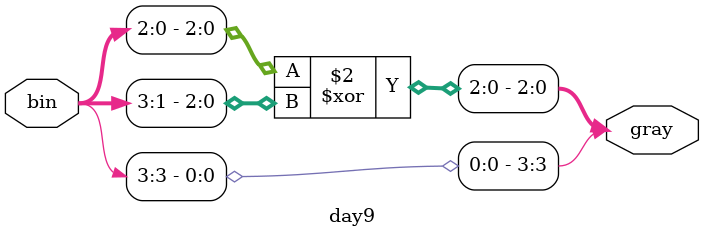
<source format=v>

module day9(gray,bin);

  localparam  VEC= 4;
  input     wire[VEC-1:0] bin;
  output    reg [VEC-1:0] gray;


always @(*) begin
  gray[VEC-1] = bin[VEC-1];
  gray[VEC-2:0] = bin[VEC-2:0] ^ bin[VEC-1:1];
end
endmodule
</source>
